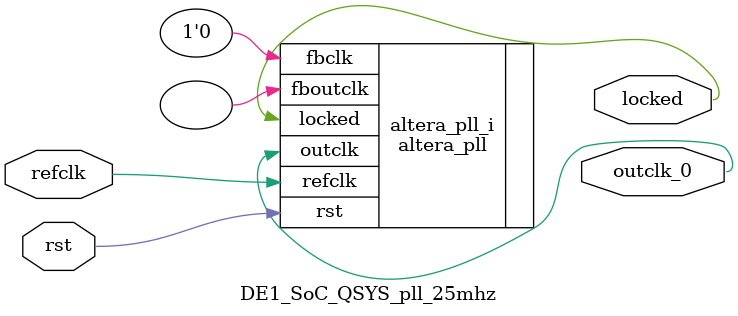
<source format=v>
`timescale 1ns/10ps
module  DE1_SoC_QSYS_pll_25mhz(

	// interface 'refclk'
	input wire refclk,

	// interface 'reset'
	input wire rst,

	// interface 'outclk0'
	output wire outclk_0,

	// interface 'locked'
	output wire locked
);

	altera_pll #(
		.fractional_vco_multiplier("false"),
		.reference_clock_frequency("50.0 MHz"),
		.operation_mode("normal"),
		.number_of_clocks(1),
		.output_clock_frequency0("25.000000 MHz"),
		.phase_shift0("0 ps"),
		.duty_cycle0(50),
		.output_clock_frequency1("0 MHz"),
		.phase_shift1("0 ps"),
		.duty_cycle1(50),
		.output_clock_frequency2("0 MHz"),
		.phase_shift2("0 ps"),
		.duty_cycle2(50),
		.output_clock_frequency3("0 MHz"),
		.phase_shift3("0 ps"),
		.duty_cycle3(50),
		.output_clock_frequency4("0 MHz"),
		.phase_shift4("0 ps"),
		.duty_cycle4(50),
		.output_clock_frequency5("0 MHz"),
		.phase_shift5("0 ps"),
		.duty_cycle5(50),
		.output_clock_frequency6("0 MHz"),
		.phase_shift6("0 ps"),
		.duty_cycle6(50),
		.output_clock_frequency7("0 MHz"),
		.phase_shift7("0 ps"),
		.duty_cycle7(50),
		.output_clock_frequency8("0 MHz"),
		.phase_shift8("0 ps"),
		.duty_cycle8(50),
		.output_clock_frequency9("0 MHz"),
		.phase_shift9("0 ps"),
		.duty_cycle9(50),
		.output_clock_frequency10("0 MHz"),
		.phase_shift10("0 ps"),
		.duty_cycle10(50),
		.output_clock_frequency11("0 MHz"),
		.phase_shift11("0 ps"),
		.duty_cycle11(50),
		.output_clock_frequency12("0 MHz"),
		.phase_shift12("0 ps"),
		.duty_cycle12(50),
		.output_clock_frequency13("0 MHz"),
		.phase_shift13("0 ps"),
		.duty_cycle13(50),
		.output_clock_frequency14("0 MHz"),
		.phase_shift14("0 ps"),
		.duty_cycle14(50),
		.output_clock_frequency15("0 MHz"),
		.phase_shift15("0 ps"),
		.duty_cycle15(50),
		.output_clock_frequency16("0 MHz"),
		.phase_shift16("0 ps"),
		.duty_cycle16(50),
		.output_clock_frequency17("0 MHz"),
		.phase_shift17("0 ps"),
		.duty_cycle17(50),
		.pll_type("General"),
		.pll_subtype("General")
	) altera_pll_i (
		.rst	(rst),
		.outclk	({outclk_0}),
		.locked	(locked),
		.fboutclk	( ),
		.fbclk	(1'b0),
		.refclk	(refclk)
	);
endmodule


</source>
